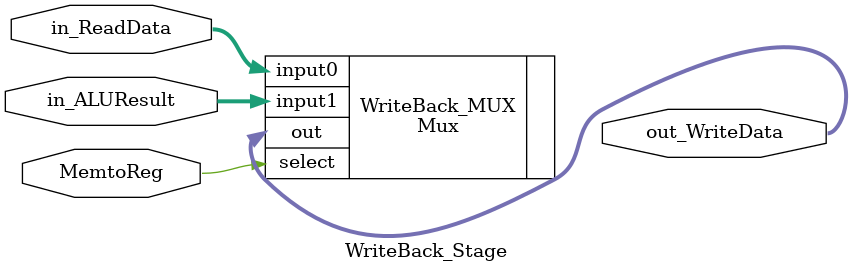
<source format=v>
`timescale 1ns / 1ps
module WriteBack_Stage(
	input MemtoReg ,
	input [15:0] in_ALUResult ,
	input [15:0] in_ReadData ,
	output [15:0] out_WriteData
    );


	Mux WriteBack_MUX (
		.input0(in_ReadData), 
		.input1(in_ALUResult), 
		.out(out_WriteData), 
		.select(MemtoReg)
	);



endmodule

</source>
